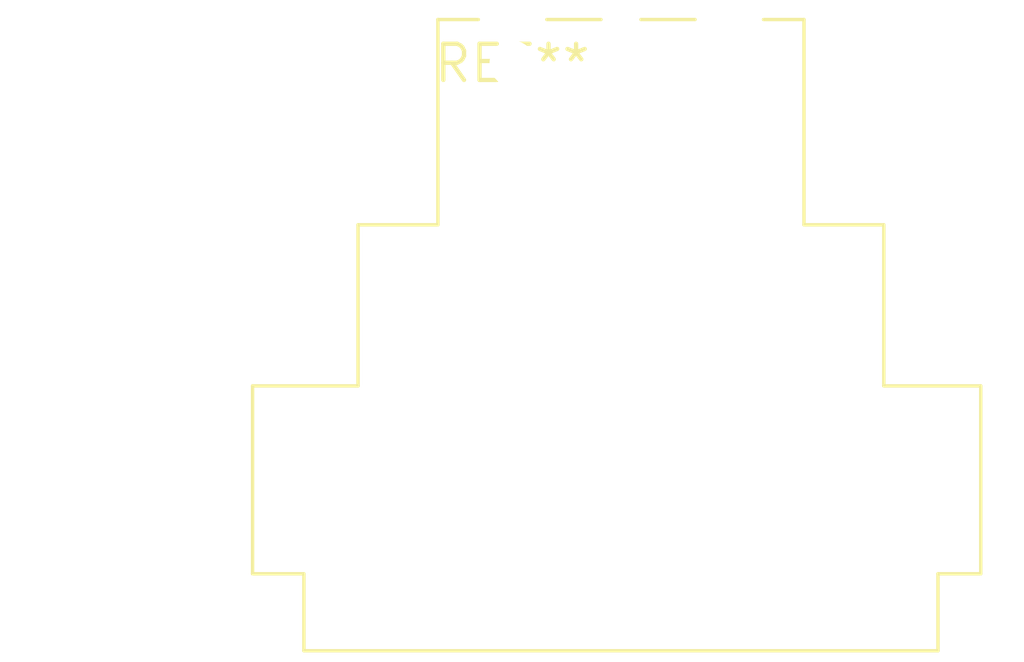
<source format=kicad_pcb>
(kicad_pcb (version 20240108) (generator pcbnew)
  (layers (0 "F.Cu" signal) (31 "B.Cu" signal) (34 "B.Paste" user) (35 "F.Paste" user) (36 "B.SilkS" user "B.Silkscreen") (37 "F.SilkS" user "F.Silkscreen") (38 "B.Mask" user) (39 "F.Mask" user) (44 "Edge.Cuts" user))
  (net 0 "")
  (footprint "Jack_XLR_Neutrik_NC3MAH_Horizontal" (layer "F.Cu") (at 0 0)
    (property "Reference" "REF**")
    (property "Value" "Jack_XLR_Neutrik_NC3MAH_Horizontal")
    (fp_line (start -9.11 11.31) (end -5.41 11.31) (layer "F.SilkS") (stroke (width 0.12)))
    (fp_line (start -9.11 17.9) (end -9.11 11.31) (layer "F.SilkS") (stroke (width 0.12)))
    (fp_line (start -7.31 17.9) (end -9.11 17.9) (layer "F.SilkS") (stroke (width 0.12)))
    (fp_line (start -7.31 17.9) (end -7.31 20.6) (layer "F.SilkS") (stroke (width 0.12)))
    (fp_line (start -5.41 11.31) (end -5.41 5.66) (layer "F.SilkS") (stroke (width 0.12)))
    (fp_line (start -2.61 5.66) (end -5.41 5.66) (layer "F.SilkS") (stroke (width 0.12)))
    (fp_line (start -2.61 5.66) (end -2.61 -1.54) (layer "F.SilkS") (stroke (width 0.12)))
    (fp_line (start -1.19 -1.54) (end -2.61 -1.54) (layer "F.SilkS") (stroke (width 0.12)))
    (fp_line (start 3.11 -1.54) (end 1.21 -1.54) (layer "F.SilkS") (stroke (width 0.12)))
    (fp_line (start 4.51 -1.54) (end 6.41 -1.54) (layer "F.SilkS") (stroke (width 0.12)))
    (fp_line (start 10.23 -1.54) (end 8.81 -1.54) (layer "F.SilkS") (stroke (width 0.12)))
    (fp_line (start 10.23 5.66) (end 10.23 -1.54) (layer "F.SilkS") (stroke (width 0.12)))
    (fp_line (start 10.23 5.66) (end 13.03 5.66) (layer "F.SilkS") (stroke (width 0.12)))
    (fp_line (start 13.03 11.31) (end 13.03 5.66) (layer "F.SilkS") (stroke (width 0.12)))
    (fp_line (start 13.03 11.31) (end 16.43 11.31) (layer "F.SilkS") (stroke (width 0.12)))
    (fp_line (start 14.93 17.9) (end 14.93 20.6) (layer "F.SilkS") (stroke (width 0.12)))
    (fp_line (start 14.93 20.6) (end -7.31 20.6) (layer "F.SilkS") (stroke (width 0.12)))
    (fp_line (start 16.43 17.9) (end 14.93 17.9) (layer "F.SilkS") (stroke (width 0.12)))
    (fp_line (start 16.43 17.9) (end 16.43 11.31) (layer "F.SilkS") (stroke (width 0.12)))
    (pad "" np_thru_hole circle (at 0 8.89) (size 1.6 1.6) (drill 1.6) (layers *.Cu *.Mask))
    (pad "" np_thru_hole circle (at 7.62 13.97) (size 1.6 1.6) (drill 1.6) (layers *.Cu *.Mask))
    (pad "1" thru_hole circle (at 0 0) (size 3.4 3.4) (drill 1.6) (layers *.Cu *.Mask) (remove_unused_layers))
    (pad "2" thru_hole circle (at 7.62 0) (size 3.4 3.4) (drill 1.6) (layers *.Cu *.Mask) (remove_unused_layers))
    (pad "3" thru_hole circle (at 3.81 0) (size 2.9 2.9) (drill 1.2) (layers *.Cu *.Mask) (remove_unused_layers))
    (pad "G" thru_hole circle (at 3.81 5.08) (size 2.9 2.9) (drill 1.2) (layers *.Cu *.Mask) (remove_unused_layers))
  )
)
</source>
